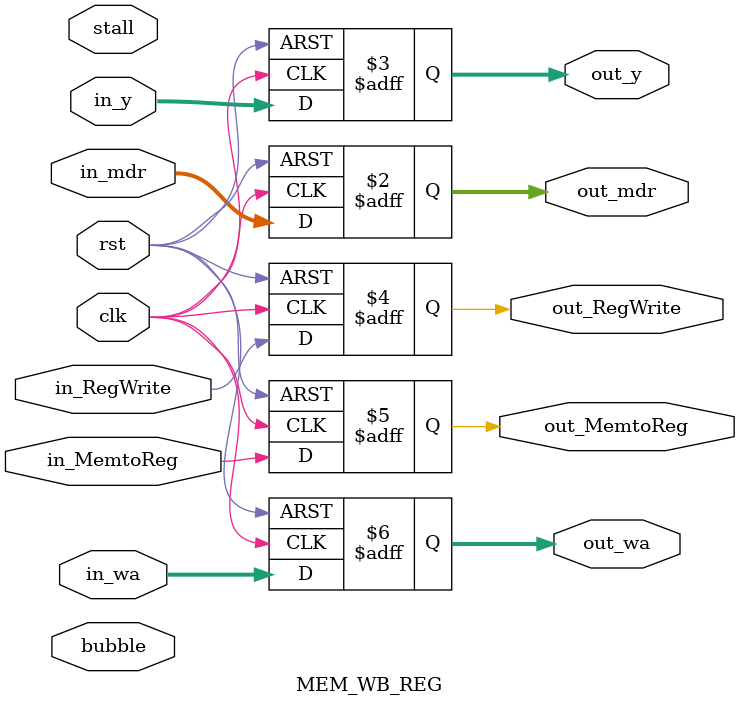
<source format=v>
`timescale 1ns / 1ps


module MEM_WB_REG(
input clk,rst,stall,bubble,input [31:0] in_mdr,in_y,
output reg [31:0] out_mdr,out_y,
input in_RegWrite,in_MemtoReg,
input [4:0] in_wa,
output reg out_RegWrite,out_MemtoReg,
output reg [4:0] out_wa
    );
always @(posedge clk,posedge rst)
begin
    if(rst)
        begin
            {out_mdr,out_y}<=64'd0;
            {out_RegWrite,out_MemtoReg,out_wa}<=7'd0;
        end
    else
        begin
            {out_mdr,out_y}<={in_mdr,in_y};
            {out_RegWrite,out_MemtoReg,out_wa}<={in_RegWrite,in_MemtoReg,in_wa};
        end
end
endmodule

</source>
